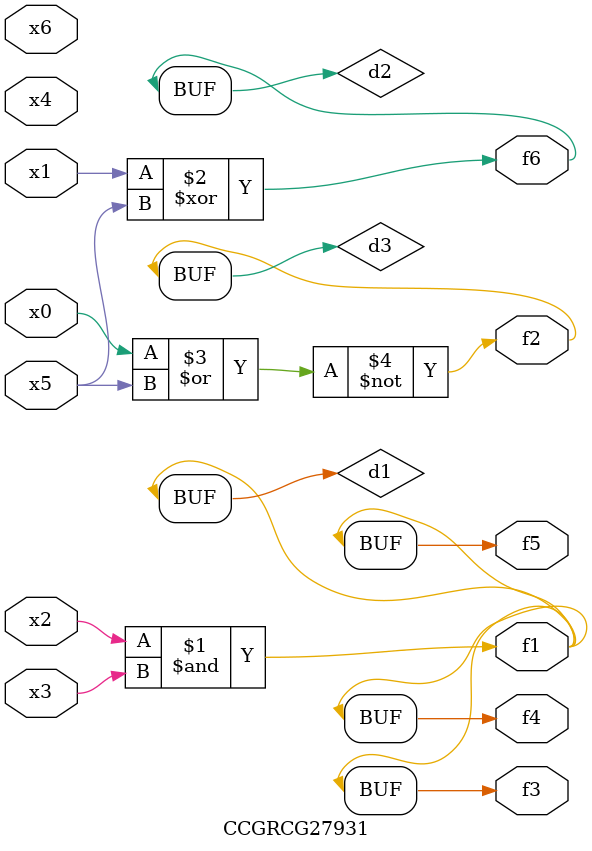
<source format=v>
module CCGRCG27931(
	input x0, x1, x2, x3, x4, x5, x6,
	output f1, f2, f3, f4, f5, f6
);

	wire d1, d2, d3;

	and (d1, x2, x3);
	xor (d2, x1, x5);
	nor (d3, x0, x5);
	assign f1 = d1;
	assign f2 = d3;
	assign f3 = d1;
	assign f4 = d1;
	assign f5 = d1;
	assign f6 = d2;
endmodule

</source>
